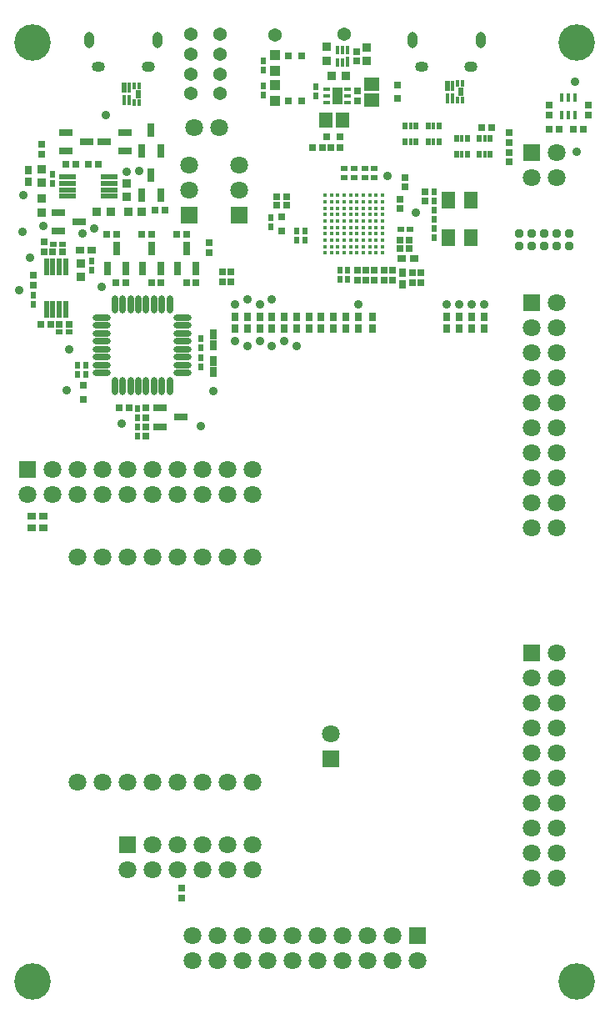
<source format=gbs>
G04 Layer_Color=16711935*
%FSLAX43Y43*%
%MOMM*%
G71*
G01*
G75*
%ADD51C,0.550*%
%ADD107R,0.750X0.900*%
%ADD108R,0.900X0.750*%
%ADD110R,0.700X1.000*%
%ADD111R,0.750X0.600*%
%ADD113R,0.800X0.800*%
%ADD114R,0.800X0.800*%
%ADD116R,0.650X0.700*%
%ADD117R,0.600X0.750*%
%ADD123R,0.700X0.650*%
%ADD130R,1.400X1.700*%
%ADD132C,3.700*%
%ADD133R,1.800X1.800*%
%ADD134R,1.800X1.800*%
%ADD135C,1.800*%
%ADD136O,1.350X1.050*%
G04:AMPARAMS|DCode=137|XSize=1.35mm|YSize=1.05mm|CornerRadius=0.525mm|HoleSize=0mm|Usage=FLASHONLY|Rotation=180.000|XOffset=0mm|YOffset=0mm|HoleType=Round|Shape=RoundedRectangle|*
%AMROUNDEDRECTD137*
21,1,1.350,0.000,0,0,180.0*
21,1,0.300,1.050,0,0,180.0*
1,1,1.050,-0.150,0.000*
1,1,1.050,0.150,0.000*
1,1,1.050,0.150,0.000*
1,1,1.050,-0.150,0.000*
%
%ADD137ROUNDEDRECTD137*%
%ADD138O,1.000X1.650*%
%ADD139C,0.950*%
%ADD140C,0.900*%
%ADD141R,0.500X0.650*%
%ADD142R,0.400X0.650*%
%ADD143C,1.370*%
%ADD144R,1.050X1.100*%
%ADD145R,0.550X1.700*%
%ADD146R,0.900X0.950*%
%ADD147R,0.950X0.900*%
%ADD148R,0.700X1.400*%
%ADD149R,1.400X0.700*%
%ADD150R,1.600X1.450*%
%ADD151R,0.610X0.870*%
%ADD152R,0.370X0.670*%
%ADD153R,0.370X1.070*%
%ADD154R,0.470X1.070*%
%ADD155R,1.450X1.600*%
%ADD156R,0.450X0.950*%
%ADD157O,0.650X1.850*%
%ADD158O,1.850X0.650*%
%ADD159R,1.700X0.550*%
%ADD160R,0.700X0.400*%
%ADD161R,1.100X1.700*%
%ADD162C,0.380*%
%ADD163R,0.400X0.950*%
%ADD164R,0.400X1.050*%
D51*
X-26725Y-7350D02*
D03*
Y-8150D02*
D03*
D107*
X-32095Y-31375D02*
D03*
Y-30175D02*
D03*
X-28350Y-31375D02*
D03*
Y-30175D02*
D03*
X-29600Y-31375D02*
D03*
Y-30175D02*
D03*
X-37075Y-30175D02*
D03*
Y-31375D02*
D03*
X-35836Y-30175D02*
D03*
Y-31375D02*
D03*
X-33345Y-30175D02*
D03*
Y-31375D02*
D03*
X-20080Y-25668D02*
D03*
Y-26868D02*
D03*
X-30850Y-30175D02*
D03*
Y-31375D02*
D03*
X-15625Y-30175D02*
D03*
Y-31375D02*
D03*
X-14350Y-30175D02*
D03*
Y-31375D02*
D03*
X-13075Y-30175D02*
D03*
Y-31375D02*
D03*
X-11800Y-30175D02*
D03*
Y-31375D02*
D03*
X-34591D02*
D03*
Y-30175D02*
D03*
X-24600Y-30174D02*
D03*
Y-31374D02*
D03*
X-25850Y-31375D02*
D03*
Y-30175D02*
D03*
X-27100Y-31375D02*
D03*
Y-30175D02*
D03*
X-23151Y-31375D02*
D03*
Y-30175D02*
D03*
X-58075Y-15250D02*
D03*
Y-16450D02*
D03*
D108*
X-51625Y-23425D02*
D03*
X-52825D02*
D03*
X-20125Y-24250D02*
D03*
X-18925D02*
D03*
X-56550Y-51640D02*
D03*
X-57750D02*
D03*
X-56550Y-50380D02*
D03*
X-57750D02*
D03*
D110*
X-39325Y-31950D02*
D03*
Y-33050D02*
D03*
Y-35750D02*
D03*
Y-34650D02*
D03*
D111*
X-54925Y-31725D02*
D03*
X-53975D02*
D03*
X-55575Y-22775D02*
D03*
X-54625D02*
D03*
X-25025Y-15100D02*
D03*
X-25975D02*
D03*
X-25025Y-16000D02*
D03*
X-25975D02*
D03*
X-23875Y-15100D02*
D03*
X-22925D02*
D03*
X-23875Y-16000D02*
D03*
X-22925D02*
D03*
X-20275Y-21300D02*
D03*
X-19325D02*
D03*
D113*
X-52500Y-37150D02*
D03*
Y-38550D02*
D03*
X-32400Y-21450D02*
D03*
Y-20050D02*
D03*
X-20600Y-8000D02*
D03*
Y-6600D02*
D03*
D114*
X-26400Y-11900D02*
D03*
X-27800D02*
D03*
X-30297Y-8270D02*
D03*
X-31697D02*
D03*
X-30297Y-3640D02*
D03*
X-31697D02*
D03*
D116*
X-57550Y-25950D02*
D03*
Y-26950D02*
D03*
X-46125Y-41325D02*
D03*
Y-42325D02*
D03*
Y-39425D02*
D03*
Y-40425D02*
D03*
X-42525Y-89200D02*
D03*
Y-88200D02*
D03*
X-24670Y-25420D02*
D03*
Y-26420D02*
D03*
X-39750Y-23675D02*
D03*
Y-22675D02*
D03*
X-56500Y-23575D02*
D03*
Y-22575D02*
D03*
X-56765Y-12660D02*
D03*
Y-13660D02*
D03*
X-24750Y-4225D02*
D03*
Y-3225D02*
D03*
X-9205Y-11500D02*
D03*
Y-12500D02*
D03*
X-5200Y-9700D02*
D03*
Y-8700D02*
D03*
X-1200D02*
D03*
Y-9700D02*
D03*
X-24625Y-8250D02*
D03*
Y-7250D02*
D03*
X-9205Y-13460D02*
D03*
Y-14460D02*
D03*
X-19850Y-16000D02*
D03*
Y-17000D02*
D03*
X-20300Y-19200D02*
D03*
Y-18200D02*
D03*
X-17800Y-18450D02*
D03*
Y-17450D02*
D03*
X-37500Y-26628D02*
D03*
Y-25628D02*
D03*
X-38400Y-26628D02*
D03*
Y-25628D02*
D03*
X-19030Y-26670D02*
D03*
Y-25670D02*
D03*
X-23827Y-26420D02*
D03*
Y-25420D02*
D03*
X-21974Y-26420D02*
D03*
Y-25420D02*
D03*
X-22974Y-26420D02*
D03*
Y-25420D02*
D03*
X-21130Y-26420D02*
D03*
Y-25420D02*
D03*
X-18180Y-26670D02*
D03*
Y-25670D02*
D03*
D117*
X-34227Y-4205D02*
D03*
Y-5155D02*
D03*
X-34237Y-7675D02*
D03*
Y-6725D02*
D03*
X-57550Y-28925D02*
D03*
Y-27975D02*
D03*
X-46975Y-39450D02*
D03*
Y-40400D02*
D03*
Y-41350D02*
D03*
Y-42300D02*
D03*
X-53075Y-36000D02*
D03*
Y-35050D02*
D03*
X-52250Y-36000D02*
D03*
Y-35050D02*
D03*
X-55650Y-15700D02*
D03*
Y-16650D02*
D03*
X-51650Y-25450D02*
D03*
Y-24500D02*
D03*
X-40600Y-33350D02*
D03*
Y-32400D02*
D03*
Y-34350D02*
D03*
Y-35300D02*
D03*
X-28900Y-6825D02*
D03*
Y-7775D02*
D03*
X-16900Y-22175D02*
D03*
Y-21225D02*
D03*
Y-19325D02*
D03*
Y-20275D02*
D03*
Y-18425D02*
D03*
Y-17475D02*
D03*
X-33450Y-20075D02*
D03*
Y-21025D02*
D03*
X-26450Y-25445D02*
D03*
Y-26395D02*
D03*
X-30000Y-21425D02*
D03*
Y-22375D02*
D03*
X-30875Y-21425D02*
D03*
Y-22375D02*
D03*
X-25650Y-25450D02*
D03*
Y-26400D02*
D03*
D123*
X-12040Y-10920D02*
D03*
X-11040D02*
D03*
X-49175Y-26675D02*
D03*
X-48175D02*
D03*
X-56850Y-30900D02*
D03*
X-55850D02*
D03*
X-53950D02*
D03*
X-54950D02*
D03*
X-48850Y-39425D02*
D03*
X-47850D02*
D03*
X-49125Y-21825D02*
D03*
X-50125D02*
D03*
X-45550D02*
D03*
X-46550D02*
D03*
X-42000D02*
D03*
X-43000D02*
D03*
X-42050Y-26675D02*
D03*
X-41050D02*
D03*
X-45600D02*
D03*
X-44600D02*
D03*
X-54600Y-23600D02*
D03*
X-55600D02*
D03*
X-44200Y-19300D02*
D03*
X-45200D02*
D03*
X-54290Y-14670D02*
D03*
X-53290D02*
D03*
X-26400Y-13000D02*
D03*
X-27400D02*
D03*
X-2700Y-11100D02*
D03*
X-1700D02*
D03*
X-5200D02*
D03*
X-4200D02*
D03*
X-19375Y-23200D02*
D03*
X-20375D02*
D03*
X-32886Y-17950D02*
D03*
X-31886D02*
D03*
X-32886Y-18800D02*
D03*
X-31886D02*
D03*
X-19374Y-22350D02*
D03*
X-20374D02*
D03*
X-51020Y-14670D02*
D03*
X-52020D02*
D03*
X-28200Y-13000D02*
D03*
X-29200D02*
D03*
D130*
X-15400Y-22150D02*
D03*
Y-18350D02*
D03*
X-13100D02*
D03*
Y-22150D02*
D03*
D132*
X-57650Y-97650D02*
D03*
X-2350D02*
D03*
X-57650Y-2350D02*
D03*
X-2350D02*
D03*
D133*
X-18570Y-93030D02*
D03*
X-58140Y-45630D02*
D03*
X-48005Y-83735D02*
D03*
D134*
X-36696Y-19840D02*
D03*
X-6970Y-28730D02*
D03*
X-27339Y-75075D02*
D03*
X-41776Y-19840D02*
D03*
X-6970Y-13490D02*
D03*
Y-64290D02*
D03*
D135*
X-42900Y-77380D02*
D03*
X-40360D02*
D03*
X-35280D02*
D03*
X-37820D02*
D03*
X-47980D02*
D03*
X-45440D02*
D03*
X-50520D02*
D03*
X-53060D02*
D03*
X-36696Y-17300D02*
D03*
Y-14760D02*
D03*
X-28730Y-95570D02*
D03*
X-18570D02*
D03*
X-21110D02*
D03*
Y-93030D02*
D03*
X-23650Y-95570D02*
D03*
Y-93030D02*
D03*
X-26190Y-95570D02*
D03*
Y-93030D02*
D03*
X-28730D02*
D03*
X-41430D02*
D03*
X-38890D02*
D03*
Y-95570D02*
D03*
X-36350Y-93030D02*
D03*
Y-95570D02*
D03*
X-33810Y-93030D02*
D03*
Y-95570D02*
D03*
X-31270D02*
D03*
Y-93030D02*
D03*
X-41430Y-95570D02*
D03*
X-4430Y-38890D02*
D03*
Y-28730D02*
D03*
Y-31270D02*
D03*
X-6970D02*
D03*
X-4430Y-33810D02*
D03*
X-6970D02*
D03*
X-4430Y-36350D02*
D03*
X-6970D02*
D03*
Y-38890D02*
D03*
Y-51590D02*
D03*
Y-49050D02*
D03*
X-4430D02*
D03*
X-6970Y-46510D02*
D03*
X-4430D02*
D03*
X-6970Y-43970D02*
D03*
X-4430D02*
D03*
Y-41430D02*
D03*
X-6970D02*
D03*
X-4430Y-51590D02*
D03*
X-47980Y-45630D02*
D03*
Y-48170D02*
D03*
X-50520Y-45630D02*
D03*
Y-48170D02*
D03*
X-53060Y-45630D02*
D03*
Y-48170D02*
D03*
X-55600Y-45630D02*
D03*
Y-48170D02*
D03*
X-58140D02*
D03*
X-45440D02*
D03*
X-42900D02*
D03*
Y-45630D02*
D03*
X-40360Y-48170D02*
D03*
Y-45630D02*
D03*
X-37820Y-48170D02*
D03*
Y-45630D02*
D03*
X-35280Y-48170D02*
D03*
Y-45630D02*
D03*
X-45440D02*
D03*
X-35305Y-83735D02*
D03*
Y-86275D02*
D03*
X-48005D02*
D03*
X-45465D02*
D03*
Y-83735D02*
D03*
X-42925Y-86275D02*
D03*
Y-83735D02*
D03*
X-40385Y-86275D02*
D03*
Y-83735D02*
D03*
X-37845Y-86275D02*
D03*
X-37845Y-83735D02*
D03*
X-42925Y-54525D02*
D03*
X-40385D02*
D03*
X-35305D02*
D03*
X-37845D02*
D03*
X-48005D02*
D03*
X-45465D02*
D03*
X-50545D02*
D03*
X-53085D02*
D03*
X-38730Y-10950D02*
D03*
X-41270D02*
D03*
X-27339Y-72535D02*
D03*
X-41776Y-17300D02*
D03*
Y-14760D02*
D03*
X-4430Y-13490D02*
D03*
Y-16030D02*
D03*
X-6970D02*
D03*
X-4430Y-74450D02*
D03*
Y-64290D02*
D03*
Y-66830D02*
D03*
X-6970D02*
D03*
X-4430Y-69370D02*
D03*
X-6970D02*
D03*
X-4430Y-71910D02*
D03*
X-6970D02*
D03*
Y-74450D02*
D03*
Y-87150D02*
D03*
Y-84610D02*
D03*
X-4430D02*
D03*
X-6970Y-82070D02*
D03*
X-4430D02*
D03*
X-6970Y-79530D02*
D03*
X-4430D02*
D03*
Y-76990D02*
D03*
X-6970D02*
D03*
X-4430Y-87150D02*
D03*
D136*
X-18102Y-4742D02*
D03*
X-50950Y-4750D02*
D03*
D137*
X-13098Y-4742D02*
D03*
X-45946Y-4750D02*
D03*
D138*
X-12095Y-2050D02*
D03*
X-19105D02*
D03*
X-44943Y-2058D02*
D03*
X-51953D02*
D03*
D139*
X-3160Y-21740D02*
D03*
X-4430D02*
D03*
X-5700D02*
D03*
X-6970D02*
D03*
Y-23010D02*
D03*
X-5700D02*
D03*
X-4430D02*
D03*
X-3160D02*
D03*
X-8240D02*
D03*
Y-21740D02*
D03*
D140*
X-39325Y-37700D02*
D03*
X-56549Y-20950D02*
D03*
X-54200Y-37650D02*
D03*
X-53975Y-33500D02*
D03*
X-59025Y-27450D02*
D03*
X-11800Y-28900D02*
D03*
X-13075D02*
D03*
X-14350D02*
D03*
X-15625D02*
D03*
X-24600Y-28899D02*
D03*
X-33345Y-28410D02*
D03*
X-34591Y-28900D02*
D03*
X-35836Y-28410D02*
D03*
X-37081Y-28900D02*
D03*
X-37075Y-32625D02*
D03*
X-35836Y-33130D02*
D03*
X-34591Y-32650D02*
D03*
X-33345Y-33130D02*
D03*
X-32095Y-32650D02*
D03*
X-30850Y-33140D02*
D03*
X-2575Y-6300D02*
D03*
X-2425Y-13450D02*
D03*
X-18757Y-19575D02*
D03*
X-50206Y-9680D02*
D03*
X-58675Y-21575D02*
D03*
X-48125Y-15425D02*
D03*
X-52625Y-21745D02*
D03*
X-48650Y-41050D02*
D03*
X-51375Y-21175D02*
D03*
X-50649Y-27124D02*
D03*
X-40600Y-41289D02*
D03*
X-57950Y-24175D02*
D03*
X-58575Y-17850D02*
D03*
X-46850Y-15400D02*
D03*
X-21625Y-15875D02*
D03*
D141*
X-13505Y-12034D02*
D03*
X-14605D02*
D03*
Y-13684D02*
D03*
X-13505D02*
D03*
X-17460Y-12405D02*
D03*
X-16360Y-12405D02*
D03*
Y-10755D02*
D03*
X-17460Y-10755D02*
D03*
X-12255Y-13684D02*
D03*
X-11155D02*
D03*
X-11155Y-12034D02*
D03*
X-12255D02*
D03*
X-18710Y-10755D02*
D03*
X-19810D02*
D03*
Y-12405D02*
D03*
X-18710D02*
D03*
D142*
X-14055Y-12034D02*
D03*
Y-13684D02*
D03*
X-16910Y-12405D02*
D03*
Y-10755D02*
D03*
X-11705Y-13684D02*
D03*
Y-12034D02*
D03*
X-19260Y-10755D02*
D03*
Y-12405D02*
D03*
D143*
X-26000Y-1500D02*
D03*
X-41600D02*
D03*
X-38600D02*
D03*
X-41600Y-3500D02*
D03*
Y-5500D02*
D03*
X-38600D02*
D03*
X-41600Y-7500D02*
D03*
X-38600Y-3500D02*
D03*
Y-7500D02*
D03*
X-33000Y-1525D02*
D03*
D144*
X-33025Y-3580D02*
D03*
Y-5180D02*
D03*
Y-8280D02*
D03*
Y-6680D02*
D03*
D145*
X-56250Y-25125D02*
D03*
X-55600D02*
D03*
X-54950D02*
D03*
X-54300D02*
D03*
X-56250Y-29375D02*
D03*
X-55600D02*
D03*
X-54950D02*
D03*
X-54300D02*
D03*
D146*
X-51150Y-19475D02*
D03*
X-49750D02*
D03*
X-47950D02*
D03*
X-46550D02*
D03*
X-25875Y-5700D02*
D03*
X-27275D02*
D03*
D147*
X-48125Y-18025D02*
D03*
Y-16625D02*
D03*
X-56750Y-16575D02*
D03*
Y-15175D02*
D03*
X-27800Y-4150D02*
D03*
Y-2750D02*
D03*
X-23700Y-4225D02*
D03*
Y-2825D02*
D03*
X-52750Y-24725D02*
D03*
Y-26125D02*
D03*
X-56700Y-18175D02*
D03*
Y-19575D02*
D03*
D148*
X-49100Y-23200D02*
D03*
X-50050Y-25300D02*
D03*
X-48150D02*
D03*
X-45550Y-23200D02*
D03*
X-46500Y-25300D02*
D03*
X-44600D02*
D03*
X-42000Y-23200D02*
D03*
X-42950Y-25300D02*
D03*
X-41050D02*
D03*
X-45625Y-15750D02*
D03*
X-46575Y-17850D02*
D03*
X-44675D02*
D03*
X-45625Y-11190D02*
D03*
X-46575Y-13290D02*
D03*
X-44675D02*
D03*
D149*
X-52950Y-20525D02*
D03*
X-55050Y-19575D02*
D03*
Y-21475D02*
D03*
X-50400Y-12415D02*
D03*
X-48300Y-13365D02*
D03*
Y-11465D02*
D03*
X-52200Y-12415D02*
D03*
X-54300Y-11465D02*
D03*
Y-13365D02*
D03*
X-42635Y-40375D02*
D03*
X-44735Y-39425D02*
D03*
Y-41325D02*
D03*
D150*
X-23175Y-8200D02*
D03*
Y-6550D02*
D03*
D151*
X-14120Y-7350D02*
D03*
X-46960Y-7550D02*
D03*
D152*
X-14000Y-8200D02*
D03*
X-14500D02*
D03*
X-14000Y-6500D02*
D03*
X-14500D02*
D03*
X-46840Y-8400D02*
D03*
X-47340Y-8400D02*
D03*
X-46840Y-6700D02*
D03*
X-47340Y-6700D02*
D03*
D153*
X-15000Y-8000D02*
D03*
X-15500D02*
D03*
X-15000Y-6700D02*
D03*
X-47840Y-8200D02*
D03*
X-48340D02*
D03*
X-47840Y-6900D02*
D03*
D154*
X-15550Y-6700D02*
D03*
X-48390Y-6900D02*
D03*
D155*
X-26200Y-10175D02*
D03*
X-27850D02*
D03*
D156*
X-3875Y-9725D02*
D03*
X-3225D02*
D03*
X-2575D02*
D03*
Y-7875D02*
D03*
X-3225D02*
D03*
X-3875D02*
D03*
D157*
X-43724Y-37176D02*
D03*
X-44524D02*
D03*
X-45324D02*
D03*
X-46124D02*
D03*
X-46924D02*
D03*
X-47724D02*
D03*
X-48524D02*
D03*
X-49324D02*
D03*
Y-28926D02*
D03*
X-48524D02*
D03*
X-47724D02*
D03*
X-46924D02*
D03*
X-46124D02*
D03*
X-45324D02*
D03*
X-44524D02*
D03*
X-43724D02*
D03*
D158*
X-50649Y-35851D02*
D03*
Y-35051D02*
D03*
Y-34251D02*
D03*
Y-33451D02*
D03*
Y-32651D02*
D03*
Y-31851D02*
D03*
Y-31051D02*
D03*
Y-30251D02*
D03*
X-42399D02*
D03*
Y-31051D02*
D03*
Y-31851D02*
D03*
Y-32651D02*
D03*
Y-33451D02*
D03*
Y-34251D02*
D03*
Y-35051D02*
D03*
Y-35851D02*
D03*
D159*
X-54150Y-17925D02*
D03*
Y-17275D02*
D03*
Y-16625D02*
D03*
Y-15975D02*
D03*
X-49900Y-17925D02*
D03*
Y-17275D02*
D03*
Y-16625D02*
D03*
Y-15975D02*
D03*
D160*
X-27775Y-8400D02*
D03*
Y-7750D02*
D03*
Y-7100D02*
D03*
X-25675D02*
D03*
Y-7750D02*
D03*
Y-8400D02*
D03*
D161*
X-26725Y-7750D02*
D03*
D162*
X-22100Y-23700D02*
D03*
Y-23050D02*
D03*
Y-22400D02*
D03*
Y-21750D02*
D03*
Y-20450D02*
D03*
Y-19800D02*
D03*
Y-19150D02*
D03*
Y-21100D02*
D03*
X-22750D02*
D03*
X-23400D02*
D03*
X-24050D02*
D03*
X-24700D02*
D03*
X-25350D02*
D03*
X-26000D02*
D03*
X-26650D02*
D03*
X-27300D02*
D03*
X-27950D02*
D03*
X-22750Y-23700D02*
D03*
X-23400D02*
D03*
X-24050D02*
D03*
X-24700D02*
D03*
X-25350D02*
D03*
X-26000D02*
D03*
X-26650D02*
D03*
X-27300D02*
D03*
X-27950D02*
D03*
X-22750Y-23050D02*
D03*
X-23400D02*
D03*
X-24050D02*
D03*
X-24700D02*
D03*
X-25350D02*
D03*
X-26000D02*
D03*
X-26650D02*
D03*
X-27300D02*
D03*
X-27950D02*
D03*
X-22750Y-22400D02*
D03*
X-23400D02*
D03*
X-24050D02*
D03*
X-24700D02*
D03*
X-25350D02*
D03*
X-26000D02*
D03*
X-26650D02*
D03*
X-27300D02*
D03*
X-27950D02*
D03*
X-22750Y-21750D02*
D03*
X-23400D02*
D03*
X-24050D02*
D03*
X-24700D02*
D03*
X-25350D02*
D03*
X-26000D02*
D03*
X-26650D02*
D03*
X-27300D02*
D03*
X-27950D02*
D03*
X-22750Y-20450D02*
D03*
X-23400D02*
D03*
X-24050D02*
D03*
X-24700D02*
D03*
X-25350D02*
D03*
X-26000D02*
D03*
X-26650D02*
D03*
X-27300D02*
D03*
X-27950D02*
D03*
X-22750Y-19800D02*
D03*
X-23400D02*
D03*
X-24050D02*
D03*
X-24700D02*
D03*
X-25350D02*
D03*
X-26000D02*
D03*
X-26650D02*
D03*
X-27300D02*
D03*
X-27950D02*
D03*
X-22750Y-19150D02*
D03*
X-23400D02*
D03*
X-24050D02*
D03*
X-24700D02*
D03*
X-25350D02*
D03*
X-26000D02*
D03*
X-26650D02*
D03*
X-27300D02*
D03*
X-27950D02*
D03*
X-22100Y-18500D02*
D03*
X-22750D02*
D03*
X-23400D02*
D03*
X-24050D02*
D03*
X-24700D02*
D03*
X-25350D02*
D03*
X-26000D02*
D03*
X-26650D02*
D03*
X-27300D02*
D03*
X-27950D02*
D03*
X-22100Y-17850D02*
D03*
X-22750D02*
D03*
X-23400D02*
D03*
X-24050D02*
D03*
X-24700D02*
D03*
X-25350D02*
D03*
X-26000D02*
D03*
X-26650D02*
D03*
X-27300D02*
D03*
X-27950D02*
D03*
D163*
X-26650Y-4350D02*
D03*
Y-3100D02*
D03*
X-25650D02*
D03*
X-26150Y-4350D02*
D03*
Y-3100D02*
D03*
D164*
X-25650Y-4300D02*
D03*
M02*

</source>
